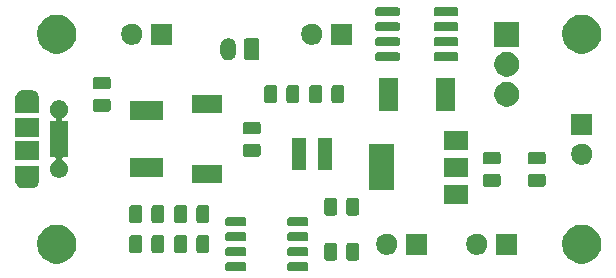
<source format=gbr>
G04 #@! TF.GenerationSoftware,KiCad,Pcbnew,5.1.5+dfsg1-2build2*
G04 #@! TF.CreationDate,2020-07-25T19:40:00-04:00*
G04 #@! TF.ProjectId,lipo-charger,6c69706f-2d63-4686-9172-6765722e6b69,rev?*
G04 #@! TF.SameCoordinates,Original*
G04 #@! TF.FileFunction,Soldermask,Top*
G04 #@! TF.FilePolarity,Negative*
%FSLAX46Y46*%
G04 Gerber Fmt 4.6, Leading zero omitted, Abs format (unit mm)*
G04 Created by KiCad (PCBNEW 5.1.5+dfsg1-2build2) date 2020-07-25 19:40:00*
%MOMM*%
%LPD*%
G04 APERTURE LIST*
%ADD10C,0.100000*%
G04 APERTURE END LIST*
D10*
G36*
X121349928Y-92996764D02*
G01*
X121371009Y-93003160D01*
X121390445Y-93013548D01*
X121407476Y-93027524D01*
X121421452Y-93044555D01*
X121431840Y-93063991D01*
X121438236Y-93085072D01*
X121441000Y-93113140D01*
X121441000Y-93576860D01*
X121438236Y-93604928D01*
X121431840Y-93626009D01*
X121421452Y-93645445D01*
X121407476Y-93662476D01*
X121390445Y-93676452D01*
X121371009Y-93686840D01*
X121349928Y-93693236D01*
X121321860Y-93696000D01*
X119808140Y-93696000D01*
X119780072Y-93693236D01*
X119758991Y-93686840D01*
X119739555Y-93676452D01*
X119722524Y-93662476D01*
X119708548Y-93645445D01*
X119698160Y-93626009D01*
X119691764Y-93604928D01*
X119689000Y-93576860D01*
X119689000Y-93113140D01*
X119691764Y-93085072D01*
X119698160Y-93063991D01*
X119708548Y-93044555D01*
X119722524Y-93027524D01*
X119739555Y-93013548D01*
X119758991Y-93003160D01*
X119780072Y-92996764D01*
X119808140Y-92994000D01*
X121321860Y-92994000D01*
X121349928Y-92996764D01*
G37*
G36*
X126599928Y-92996764D02*
G01*
X126621009Y-93003160D01*
X126640445Y-93013548D01*
X126657476Y-93027524D01*
X126671452Y-93044555D01*
X126681840Y-93063991D01*
X126688236Y-93085072D01*
X126691000Y-93113140D01*
X126691000Y-93576860D01*
X126688236Y-93604928D01*
X126681840Y-93626009D01*
X126671452Y-93645445D01*
X126657476Y-93662476D01*
X126640445Y-93676452D01*
X126621009Y-93686840D01*
X126599928Y-93693236D01*
X126571860Y-93696000D01*
X125058140Y-93696000D01*
X125030072Y-93693236D01*
X125008991Y-93686840D01*
X124989555Y-93676452D01*
X124972524Y-93662476D01*
X124958548Y-93645445D01*
X124948160Y-93626009D01*
X124941764Y-93604928D01*
X124939000Y-93576860D01*
X124939000Y-93113140D01*
X124941764Y-93085072D01*
X124948160Y-93063991D01*
X124958548Y-93044555D01*
X124972524Y-93027524D01*
X124989555Y-93013548D01*
X125008991Y-93003160D01*
X125030072Y-92996764D01*
X125058140Y-92994000D01*
X126571860Y-92994000D01*
X126599928Y-92996764D01*
G37*
G36*
X150158393Y-89816009D02*
G01*
X150341579Y-89852447D01*
X150642042Y-89976903D01*
X150912451Y-90157585D01*
X151142415Y-90387549D01*
X151323097Y-90657958D01*
X151409125Y-90865647D01*
X151447553Y-90958422D01*
X151511000Y-91277389D01*
X151511000Y-91602611D01*
X151486854Y-91724000D01*
X151447553Y-91921579D01*
X151323097Y-92222042D01*
X151142415Y-92492451D01*
X150912451Y-92722415D01*
X150642042Y-92903097D01*
X150341579Y-93027553D01*
X150256104Y-93044555D01*
X150022611Y-93091000D01*
X149697389Y-93091000D01*
X149463896Y-93044555D01*
X149378421Y-93027553D01*
X149077958Y-92903097D01*
X148807549Y-92722415D01*
X148577585Y-92492451D01*
X148396903Y-92222042D01*
X148272447Y-91921579D01*
X148233146Y-91724000D01*
X148209000Y-91602611D01*
X148209000Y-91277389D01*
X148272447Y-90958422D01*
X148310876Y-90865647D01*
X148396903Y-90657958D01*
X148577585Y-90387549D01*
X148807549Y-90157585D01*
X149077958Y-89976903D01*
X149378421Y-89852447D01*
X149561607Y-89816009D01*
X149697389Y-89789000D01*
X150022611Y-89789000D01*
X150158393Y-89816009D01*
G37*
G36*
X105708393Y-89816009D02*
G01*
X105891579Y-89852447D01*
X106192042Y-89976903D01*
X106462451Y-90157585D01*
X106692415Y-90387549D01*
X106873097Y-90657958D01*
X106959125Y-90865647D01*
X106997553Y-90958422D01*
X107061000Y-91277389D01*
X107061000Y-91602611D01*
X107036854Y-91724000D01*
X106997553Y-91921579D01*
X106873097Y-92222042D01*
X106692415Y-92492451D01*
X106462451Y-92722415D01*
X106192042Y-92903097D01*
X105891579Y-93027553D01*
X105806104Y-93044555D01*
X105572611Y-93091000D01*
X105247389Y-93091000D01*
X105013896Y-93044555D01*
X104928421Y-93027553D01*
X104627958Y-92903097D01*
X104357549Y-92722415D01*
X104127585Y-92492451D01*
X103946903Y-92222042D01*
X103822447Y-91921579D01*
X103783146Y-91724000D01*
X103759000Y-91602611D01*
X103759000Y-91277389D01*
X103822447Y-90958422D01*
X103860876Y-90865647D01*
X103946903Y-90657958D01*
X104127585Y-90387549D01*
X104357549Y-90157585D01*
X104627958Y-89976903D01*
X104928421Y-89852447D01*
X105111607Y-89816009D01*
X105247389Y-89789000D01*
X105572611Y-89789000D01*
X105708393Y-89816009D01*
G37*
G36*
X130849468Y-91328565D02*
G01*
X130888138Y-91340296D01*
X130923777Y-91359346D01*
X130955017Y-91384983D01*
X130980654Y-91416223D01*
X130999704Y-91451862D01*
X131011435Y-91490532D01*
X131016000Y-91536888D01*
X131016000Y-92613112D01*
X131011435Y-92659468D01*
X130999704Y-92698138D01*
X130980654Y-92733777D01*
X130955017Y-92765017D01*
X130923777Y-92790654D01*
X130888138Y-92809704D01*
X130849468Y-92821435D01*
X130803112Y-92826000D01*
X130151888Y-92826000D01*
X130105532Y-92821435D01*
X130066862Y-92809704D01*
X130031223Y-92790654D01*
X129999983Y-92765017D01*
X129974346Y-92733777D01*
X129955296Y-92698138D01*
X129943565Y-92659468D01*
X129939000Y-92613112D01*
X129939000Y-91536888D01*
X129943565Y-91490532D01*
X129955296Y-91451862D01*
X129974346Y-91416223D01*
X129999983Y-91384983D01*
X130031223Y-91359346D01*
X130066862Y-91340296D01*
X130105532Y-91328565D01*
X130151888Y-91324000D01*
X130803112Y-91324000D01*
X130849468Y-91328565D01*
G37*
G36*
X128974468Y-91328565D02*
G01*
X129013138Y-91340296D01*
X129048777Y-91359346D01*
X129080017Y-91384983D01*
X129105654Y-91416223D01*
X129124704Y-91451862D01*
X129136435Y-91490532D01*
X129141000Y-91536888D01*
X129141000Y-92613112D01*
X129136435Y-92659468D01*
X129124704Y-92698138D01*
X129105654Y-92733777D01*
X129080017Y-92765017D01*
X129048777Y-92790654D01*
X129013138Y-92809704D01*
X128974468Y-92821435D01*
X128928112Y-92826000D01*
X128276888Y-92826000D01*
X128230532Y-92821435D01*
X128191862Y-92809704D01*
X128156223Y-92790654D01*
X128124983Y-92765017D01*
X128099346Y-92733777D01*
X128080296Y-92698138D01*
X128068565Y-92659468D01*
X128064000Y-92613112D01*
X128064000Y-91536888D01*
X128068565Y-91490532D01*
X128080296Y-91451862D01*
X128099346Y-91416223D01*
X128124983Y-91384983D01*
X128156223Y-91359346D01*
X128191862Y-91340296D01*
X128230532Y-91328565D01*
X128276888Y-91324000D01*
X128928112Y-91324000D01*
X128974468Y-91328565D01*
G37*
G36*
X126599928Y-91726764D02*
G01*
X126621009Y-91733160D01*
X126640445Y-91743548D01*
X126657476Y-91757524D01*
X126671452Y-91774555D01*
X126681840Y-91793991D01*
X126688236Y-91815072D01*
X126691000Y-91843140D01*
X126691000Y-92306860D01*
X126688236Y-92334928D01*
X126681840Y-92356009D01*
X126671452Y-92375445D01*
X126657476Y-92392476D01*
X126640445Y-92406452D01*
X126621009Y-92416840D01*
X126599928Y-92423236D01*
X126571860Y-92426000D01*
X125058140Y-92426000D01*
X125030072Y-92423236D01*
X125008991Y-92416840D01*
X124989555Y-92406452D01*
X124972524Y-92392476D01*
X124958548Y-92375445D01*
X124948160Y-92356009D01*
X124941764Y-92334928D01*
X124939000Y-92306860D01*
X124939000Y-91843140D01*
X124941764Y-91815072D01*
X124948160Y-91793991D01*
X124958548Y-91774555D01*
X124972524Y-91757524D01*
X124989555Y-91743548D01*
X125008991Y-91733160D01*
X125030072Y-91726764D01*
X125058140Y-91724000D01*
X126571860Y-91724000D01*
X126599928Y-91726764D01*
G37*
G36*
X121349928Y-91726764D02*
G01*
X121371009Y-91733160D01*
X121390445Y-91743548D01*
X121407476Y-91757524D01*
X121421452Y-91774555D01*
X121431840Y-91793991D01*
X121438236Y-91815072D01*
X121441000Y-91843140D01*
X121441000Y-92306860D01*
X121438236Y-92334928D01*
X121431840Y-92356009D01*
X121421452Y-92375445D01*
X121407476Y-92392476D01*
X121390445Y-92406452D01*
X121371009Y-92416840D01*
X121349928Y-92423236D01*
X121321860Y-92426000D01*
X119808140Y-92426000D01*
X119780072Y-92423236D01*
X119758991Y-92416840D01*
X119739555Y-92406452D01*
X119722524Y-92392476D01*
X119708548Y-92375445D01*
X119698160Y-92356009D01*
X119691764Y-92334928D01*
X119689000Y-92306860D01*
X119689000Y-91843140D01*
X119691764Y-91815072D01*
X119698160Y-91793991D01*
X119708548Y-91774555D01*
X119722524Y-91757524D01*
X119739555Y-91743548D01*
X119758991Y-91733160D01*
X119780072Y-91726764D01*
X119808140Y-91724000D01*
X121321860Y-91724000D01*
X121349928Y-91726764D01*
G37*
G36*
X141083512Y-90543927D02*
G01*
X141232812Y-90573624D01*
X141396784Y-90641544D01*
X141544354Y-90740147D01*
X141669853Y-90865646D01*
X141768456Y-91013216D01*
X141836376Y-91177188D01*
X141871000Y-91351259D01*
X141871000Y-91528741D01*
X141836376Y-91702812D01*
X141768456Y-91866784D01*
X141669853Y-92014354D01*
X141544354Y-92139853D01*
X141396784Y-92238456D01*
X141232812Y-92306376D01*
X141089268Y-92334928D01*
X141058742Y-92341000D01*
X140881258Y-92341000D01*
X140850732Y-92334928D01*
X140707188Y-92306376D01*
X140543216Y-92238456D01*
X140395646Y-92139853D01*
X140270147Y-92014354D01*
X140171544Y-91866784D01*
X140103624Y-91702812D01*
X140069000Y-91528741D01*
X140069000Y-91351259D01*
X140103624Y-91177188D01*
X140171544Y-91013216D01*
X140270147Y-90865646D01*
X140395646Y-90740147D01*
X140543216Y-90641544D01*
X140707188Y-90573624D01*
X140856488Y-90543927D01*
X140881258Y-90539000D01*
X141058742Y-90539000D01*
X141083512Y-90543927D01*
G37*
G36*
X144411000Y-92341000D02*
G01*
X142609000Y-92341000D01*
X142609000Y-90539000D01*
X144411000Y-90539000D01*
X144411000Y-92341000D01*
G37*
G36*
X136791000Y-92341000D02*
G01*
X134989000Y-92341000D01*
X134989000Y-90539000D01*
X136791000Y-90539000D01*
X136791000Y-92341000D01*
G37*
G36*
X133463512Y-90543927D02*
G01*
X133612812Y-90573624D01*
X133776784Y-90641544D01*
X133924354Y-90740147D01*
X134049853Y-90865646D01*
X134148456Y-91013216D01*
X134216376Y-91177188D01*
X134251000Y-91351259D01*
X134251000Y-91528741D01*
X134216376Y-91702812D01*
X134148456Y-91866784D01*
X134049853Y-92014354D01*
X133924354Y-92139853D01*
X133776784Y-92238456D01*
X133612812Y-92306376D01*
X133469268Y-92334928D01*
X133438742Y-92341000D01*
X133261258Y-92341000D01*
X133230732Y-92334928D01*
X133087188Y-92306376D01*
X132923216Y-92238456D01*
X132775646Y-92139853D01*
X132650147Y-92014354D01*
X132551544Y-91866784D01*
X132483624Y-91702812D01*
X132449000Y-91528741D01*
X132449000Y-91351259D01*
X132483624Y-91177188D01*
X132551544Y-91013216D01*
X132650147Y-90865646D01*
X132775646Y-90740147D01*
X132923216Y-90641544D01*
X133087188Y-90573624D01*
X133236488Y-90543927D01*
X133261258Y-90539000D01*
X133438742Y-90539000D01*
X133463512Y-90543927D01*
G37*
G36*
X118149468Y-90693565D02*
G01*
X118188138Y-90705296D01*
X118223777Y-90724346D01*
X118255017Y-90749983D01*
X118280654Y-90781223D01*
X118299704Y-90816862D01*
X118311435Y-90855532D01*
X118316000Y-90901888D01*
X118316000Y-91978112D01*
X118311435Y-92024468D01*
X118299704Y-92063138D01*
X118280654Y-92098777D01*
X118255017Y-92130017D01*
X118223777Y-92155654D01*
X118188138Y-92174704D01*
X118149468Y-92186435D01*
X118103112Y-92191000D01*
X117451888Y-92191000D01*
X117405532Y-92186435D01*
X117366862Y-92174704D01*
X117331223Y-92155654D01*
X117299983Y-92130017D01*
X117274346Y-92098777D01*
X117255296Y-92063138D01*
X117243565Y-92024468D01*
X117239000Y-91978112D01*
X117239000Y-90901888D01*
X117243565Y-90855532D01*
X117255296Y-90816862D01*
X117274346Y-90781223D01*
X117299983Y-90749983D01*
X117331223Y-90724346D01*
X117366862Y-90705296D01*
X117405532Y-90693565D01*
X117451888Y-90689000D01*
X118103112Y-90689000D01*
X118149468Y-90693565D01*
G37*
G36*
X112464468Y-90693565D02*
G01*
X112503138Y-90705296D01*
X112538777Y-90724346D01*
X112570017Y-90749983D01*
X112595654Y-90781223D01*
X112614704Y-90816862D01*
X112626435Y-90855532D01*
X112631000Y-90901888D01*
X112631000Y-91978112D01*
X112626435Y-92024468D01*
X112614704Y-92063138D01*
X112595654Y-92098777D01*
X112570017Y-92130017D01*
X112538777Y-92155654D01*
X112503138Y-92174704D01*
X112464468Y-92186435D01*
X112418112Y-92191000D01*
X111766888Y-92191000D01*
X111720532Y-92186435D01*
X111681862Y-92174704D01*
X111646223Y-92155654D01*
X111614983Y-92130017D01*
X111589346Y-92098777D01*
X111570296Y-92063138D01*
X111558565Y-92024468D01*
X111554000Y-91978112D01*
X111554000Y-90901888D01*
X111558565Y-90855532D01*
X111570296Y-90816862D01*
X111589346Y-90781223D01*
X111614983Y-90749983D01*
X111646223Y-90724346D01*
X111681862Y-90705296D01*
X111720532Y-90693565D01*
X111766888Y-90689000D01*
X112418112Y-90689000D01*
X112464468Y-90693565D01*
G37*
G36*
X114339468Y-90693565D02*
G01*
X114378138Y-90705296D01*
X114413777Y-90724346D01*
X114445017Y-90749983D01*
X114470654Y-90781223D01*
X114489704Y-90816862D01*
X114501435Y-90855532D01*
X114506000Y-90901888D01*
X114506000Y-91978112D01*
X114501435Y-92024468D01*
X114489704Y-92063138D01*
X114470654Y-92098777D01*
X114445017Y-92130017D01*
X114413777Y-92155654D01*
X114378138Y-92174704D01*
X114339468Y-92186435D01*
X114293112Y-92191000D01*
X113641888Y-92191000D01*
X113595532Y-92186435D01*
X113556862Y-92174704D01*
X113521223Y-92155654D01*
X113489983Y-92130017D01*
X113464346Y-92098777D01*
X113445296Y-92063138D01*
X113433565Y-92024468D01*
X113429000Y-91978112D01*
X113429000Y-90901888D01*
X113433565Y-90855532D01*
X113445296Y-90816862D01*
X113464346Y-90781223D01*
X113489983Y-90749983D01*
X113521223Y-90724346D01*
X113556862Y-90705296D01*
X113595532Y-90693565D01*
X113641888Y-90689000D01*
X114293112Y-90689000D01*
X114339468Y-90693565D01*
G37*
G36*
X116274468Y-90693565D02*
G01*
X116313138Y-90705296D01*
X116348777Y-90724346D01*
X116380017Y-90749983D01*
X116405654Y-90781223D01*
X116424704Y-90816862D01*
X116436435Y-90855532D01*
X116441000Y-90901888D01*
X116441000Y-91978112D01*
X116436435Y-92024468D01*
X116424704Y-92063138D01*
X116405654Y-92098777D01*
X116380017Y-92130017D01*
X116348777Y-92155654D01*
X116313138Y-92174704D01*
X116274468Y-92186435D01*
X116228112Y-92191000D01*
X115576888Y-92191000D01*
X115530532Y-92186435D01*
X115491862Y-92174704D01*
X115456223Y-92155654D01*
X115424983Y-92130017D01*
X115399346Y-92098777D01*
X115380296Y-92063138D01*
X115368565Y-92024468D01*
X115364000Y-91978112D01*
X115364000Y-90901888D01*
X115368565Y-90855532D01*
X115380296Y-90816862D01*
X115399346Y-90781223D01*
X115424983Y-90749983D01*
X115456223Y-90724346D01*
X115491862Y-90705296D01*
X115530532Y-90693565D01*
X115576888Y-90689000D01*
X116228112Y-90689000D01*
X116274468Y-90693565D01*
G37*
G36*
X126599928Y-90456764D02*
G01*
X126621009Y-90463160D01*
X126640445Y-90473548D01*
X126657476Y-90487524D01*
X126671452Y-90504555D01*
X126681840Y-90523991D01*
X126688236Y-90545072D01*
X126691000Y-90573140D01*
X126691000Y-91036860D01*
X126688236Y-91064928D01*
X126681840Y-91086009D01*
X126671452Y-91105445D01*
X126657476Y-91122476D01*
X126640445Y-91136452D01*
X126621009Y-91146840D01*
X126599928Y-91153236D01*
X126571860Y-91156000D01*
X125058140Y-91156000D01*
X125030072Y-91153236D01*
X125008991Y-91146840D01*
X124989555Y-91136452D01*
X124972524Y-91122476D01*
X124958548Y-91105445D01*
X124948160Y-91086009D01*
X124941764Y-91064928D01*
X124939000Y-91036860D01*
X124939000Y-90573140D01*
X124941764Y-90545072D01*
X124948160Y-90523991D01*
X124958548Y-90504555D01*
X124972524Y-90487524D01*
X124989555Y-90473548D01*
X125008991Y-90463160D01*
X125030072Y-90456764D01*
X125058140Y-90454000D01*
X126571860Y-90454000D01*
X126599928Y-90456764D01*
G37*
G36*
X121349928Y-90456764D02*
G01*
X121371009Y-90463160D01*
X121390445Y-90473548D01*
X121407476Y-90487524D01*
X121421452Y-90504555D01*
X121431840Y-90523991D01*
X121438236Y-90545072D01*
X121441000Y-90573140D01*
X121441000Y-91036860D01*
X121438236Y-91064928D01*
X121431840Y-91086009D01*
X121421452Y-91105445D01*
X121407476Y-91122476D01*
X121390445Y-91136452D01*
X121371009Y-91146840D01*
X121349928Y-91153236D01*
X121321860Y-91156000D01*
X119808140Y-91156000D01*
X119780072Y-91153236D01*
X119758991Y-91146840D01*
X119739555Y-91136452D01*
X119722524Y-91122476D01*
X119708548Y-91105445D01*
X119698160Y-91086009D01*
X119691764Y-91064928D01*
X119689000Y-91036860D01*
X119689000Y-90573140D01*
X119691764Y-90545072D01*
X119698160Y-90523991D01*
X119708548Y-90504555D01*
X119722524Y-90487524D01*
X119739555Y-90473548D01*
X119758991Y-90463160D01*
X119780072Y-90456764D01*
X119808140Y-90454000D01*
X121321860Y-90454000D01*
X121349928Y-90456764D01*
G37*
G36*
X126599928Y-89186764D02*
G01*
X126621009Y-89193160D01*
X126640445Y-89203548D01*
X126657476Y-89217524D01*
X126671452Y-89234555D01*
X126681840Y-89253991D01*
X126688236Y-89275072D01*
X126691000Y-89303140D01*
X126691000Y-89766860D01*
X126688236Y-89794928D01*
X126681840Y-89816009D01*
X126671452Y-89835445D01*
X126657476Y-89852476D01*
X126640445Y-89866452D01*
X126621009Y-89876840D01*
X126599928Y-89883236D01*
X126571860Y-89886000D01*
X125058140Y-89886000D01*
X125030072Y-89883236D01*
X125008991Y-89876840D01*
X124989555Y-89866452D01*
X124972524Y-89852476D01*
X124958548Y-89835445D01*
X124948160Y-89816009D01*
X124941764Y-89794928D01*
X124939000Y-89766860D01*
X124939000Y-89303140D01*
X124941764Y-89275072D01*
X124948160Y-89253991D01*
X124958548Y-89234555D01*
X124972524Y-89217524D01*
X124989555Y-89203548D01*
X125008991Y-89193160D01*
X125030072Y-89186764D01*
X125058140Y-89184000D01*
X126571860Y-89184000D01*
X126599928Y-89186764D01*
G37*
G36*
X121349928Y-89186764D02*
G01*
X121371009Y-89193160D01*
X121390445Y-89203548D01*
X121407476Y-89217524D01*
X121421452Y-89234555D01*
X121431840Y-89253991D01*
X121438236Y-89275072D01*
X121441000Y-89303140D01*
X121441000Y-89766860D01*
X121438236Y-89794928D01*
X121431840Y-89816009D01*
X121421452Y-89835445D01*
X121407476Y-89852476D01*
X121390445Y-89866452D01*
X121371009Y-89876840D01*
X121349928Y-89883236D01*
X121321860Y-89886000D01*
X119808140Y-89886000D01*
X119780072Y-89883236D01*
X119758991Y-89876840D01*
X119739555Y-89866452D01*
X119722524Y-89852476D01*
X119708548Y-89835445D01*
X119698160Y-89816009D01*
X119691764Y-89794928D01*
X119689000Y-89766860D01*
X119689000Y-89303140D01*
X119691764Y-89275072D01*
X119698160Y-89253991D01*
X119708548Y-89234555D01*
X119722524Y-89217524D01*
X119739555Y-89203548D01*
X119758991Y-89193160D01*
X119780072Y-89186764D01*
X119808140Y-89184000D01*
X121321860Y-89184000D01*
X121349928Y-89186764D01*
G37*
G36*
X118149468Y-88153565D02*
G01*
X118188138Y-88165296D01*
X118223777Y-88184346D01*
X118255017Y-88209983D01*
X118280654Y-88241223D01*
X118299704Y-88276862D01*
X118311435Y-88315532D01*
X118316000Y-88361888D01*
X118316000Y-89438112D01*
X118311435Y-89484468D01*
X118299704Y-89523138D01*
X118280654Y-89558777D01*
X118255017Y-89590017D01*
X118223777Y-89615654D01*
X118188138Y-89634704D01*
X118149468Y-89646435D01*
X118103112Y-89651000D01*
X117451888Y-89651000D01*
X117405532Y-89646435D01*
X117366862Y-89634704D01*
X117331223Y-89615654D01*
X117299983Y-89590017D01*
X117274346Y-89558777D01*
X117255296Y-89523138D01*
X117243565Y-89484468D01*
X117239000Y-89438112D01*
X117239000Y-88361888D01*
X117243565Y-88315532D01*
X117255296Y-88276862D01*
X117274346Y-88241223D01*
X117299983Y-88209983D01*
X117331223Y-88184346D01*
X117366862Y-88165296D01*
X117405532Y-88153565D01*
X117451888Y-88149000D01*
X118103112Y-88149000D01*
X118149468Y-88153565D01*
G37*
G36*
X112464468Y-88153565D02*
G01*
X112503138Y-88165296D01*
X112538777Y-88184346D01*
X112570017Y-88209983D01*
X112595654Y-88241223D01*
X112614704Y-88276862D01*
X112626435Y-88315532D01*
X112631000Y-88361888D01*
X112631000Y-89438112D01*
X112626435Y-89484468D01*
X112614704Y-89523138D01*
X112595654Y-89558777D01*
X112570017Y-89590017D01*
X112538777Y-89615654D01*
X112503138Y-89634704D01*
X112464468Y-89646435D01*
X112418112Y-89651000D01*
X111766888Y-89651000D01*
X111720532Y-89646435D01*
X111681862Y-89634704D01*
X111646223Y-89615654D01*
X111614983Y-89590017D01*
X111589346Y-89558777D01*
X111570296Y-89523138D01*
X111558565Y-89484468D01*
X111554000Y-89438112D01*
X111554000Y-88361888D01*
X111558565Y-88315532D01*
X111570296Y-88276862D01*
X111589346Y-88241223D01*
X111614983Y-88209983D01*
X111646223Y-88184346D01*
X111681862Y-88165296D01*
X111720532Y-88153565D01*
X111766888Y-88149000D01*
X112418112Y-88149000D01*
X112464468Y-88153565D01*
G37*
G36*
X116274468Y-88153565D02*
G01*
X116313138Y-88165296D01*
X116348777Y-88184346D01*
X116380017Y-88209983D01*
X116405654Y-88241223D01*
X116424704Y-88276862D01*
X116436435Y-88315532D01*
X116441000Y-88361888D01*
X116441000Y-89438112D01*
X116436435Y-89484468D01*
X116424704Y-89523138D01*
X116405654Y-89558777D01*
X116380017Y-89590017D01*
X116348777Y-89615654D01*
X116313138Y-89634704D01*
X116274468Y-89646435D01*
X116228112Y-89651000D01*
X115576888Y-89651000D01*
X115530532Y-89646435D01*
X115491862Y-89634704D01*
X115456223Y-89615654D01*
X115424983Y-89590017D01*
X115399346Y-89558777D01*
X115380296Y-89523138D01*
X115368565Y-89484468D01*
X115364000Y-89438112D01*
X115364000Y-88361888D01*
X115368565Y-88315532D01*
X115380296Y-88276862D01*
X115399346Y-88241223D01*
X115424983Y-88209983D01*
X115456223Y-88184346D01*
X115491862Y-88165296D01*
X115530532Y-88153565D01*
X115576888Y-88149000D01*
X116228112Y-88149000D01*
X116274468Y-88153565D01*
G37*
G36*
X114339468Y-88153565D02*
G01*
X114378138Y-88165296D01*
X114413777Y-88184346D01*
X114445017Y-88209983D01*
X114470654Y-88241223D01*
X114489704Y-88276862D01*
X114501435Y-88315532D01*
X114506000Y-88361888D01*
X114506000Y-89438112D01*
X114501435Y-89484468D01*
X114489704Y-89523138D01*
X114470654Y-89558777D01*
X114445017Y-89590017D01*
X114413777Y-89615654D01*
X114378138Y-89634704D01*
X114339468Y-89646435D01*
X114293112Y-89651000D01*
X113641888Y-89651000D01*
X113595532Y-89646435D01*
X113556862Y-89634704D01*
X113521223Y-89615654D01*
X113489983Y-89590017D01*
X113464346Y-89558777D01*
X113445296Y-89523138D01*
X113433565Y-89484468D01*
X113429000Y-89438112D01*
X113429000Y-88361888D01*
X113433565Y-88315532D01*
X113445296Y-88276862D01*
X113464346Y-88241223D01*
X113489983Y-88209983D01*
X113521223Y-88184346D01*
X113556862Y-88165296D01*
X113595532Y-88153565D01*
X113641888Y-88149000D01*
X114293112Y-88149000D01*
X114339468Y-88153565D01*
G37*
G36*
X130849468Y-87518565D02*
G01*
X130888138Y-87530296D01*
X130923777Y-87549346D01*
X130955017Y-87574983D01*
X130980654Y-87606223D01*
X130999704Y-87641862D01*
X131011435Y-87680532D01*
X131016000Y-87726888D01*
X131016000Y-88803112D01*
X131011435Y-88849468D01*
X130999704Y-88888138D01*
X130980654Y-88923777D01*
X130955017Y-88955017D01*
X130923777Y-88980654D01*
X130888138Y-88999704D01*
X130849468Y-89011435D01*
X130803112Y-89016000D01*
X130151888Y-89016000D01*
X130105532Y-89011435D01*
X130066862Y-88999704D01*
X130031223Y-88980654D01*
X129999983Y-88955017D01*
X129974346Y-88923777D01*
X129955296Y-88888138D01*
X129943565Y-88849468D01*
X129939000Y-88803112D01*
X129939000Y-87726888D01*
X129943565Y-87680532D01*
X129955296Y-87641862D01*
X129974346Y-87606223D01*
X129999983Y-87574983D01*
X130031223Y-87549346D01*
X130066862Y-87530296D01*
X130105532Y-87518565D01*
X130151888Y-87514000D01*
X130803112Y-87514000D01*
X130849468Y-87518565D01*
G37*
G36*
X128974468Y-87518565D02*
G01*
X129013138Y-87530296D01*
X129048777Y-87549346D01*
X129080017Y-87574983D01*
X129105654Y-87606223D01*
X129124704Y-87641862D01*
X129136435Y-87680532D01*
X129141000Y-87726888D01*
X129141000Y-88803112D01*
X129136435Y-88849468D01*
X129124704Y-88888138D01*
X129105654Y-88923777D01*
X129080017Y-88955017D01*
X129048777Y-88980654D01*
X129013138Y-88999704D01*
X128974468Y-89011435D01*
X128928112Y-89016000D01*
X128276888Y-89016000D01*
X128230532Y-89011435D01*
X128191862Y-88999704D01*
X128156223Y-88980654D01*
X128124983Y-88955017D01*
X128099346Y-88923777D01*
X128080296Y-88888138D01*
X128068565Y-88849468D01*
X128064000Y-88803112D01*
X128064000Y-87726888D01*
X128068565Y-87680532D01*
X128080296Y-87641862D01*
X128099346Y-87606223D01*
X128124983Y-87574983D01*
X128156223Y-87549346D01*
X128191862Y-87530296D01*
X128230532Y-87518565D01*
X128276888Y-87514000D01*
X128928112Y-87514000D01*
X128974468Y-87518565D01*
G37*
G36*
X140268800Y-88038600D02*
G01*
X138166800Y-88038600D01*
X138166800Y-86436600D01*
X140268800Y-86436600D01*
X140268800Y-88038600D01*
G37*
G36*
X133968800Y-86888600D02*
G01*
X131866800Y-86888600D01*
X131866800Y-82986600D01*
X133968800Y-82986600D01*
X133968800Y-86888600D01*
G37*
G36*
X103903500Y-86011886D02*
G01*
X103904102Y-86024138D01*
X103906649Y-86050000D01*
X103904102Y-86075862D01*
X103903500Y-86088114D01*
X103903500Y-86161406D01*
X103894543Y-86178164D01*
X103890415Y-86189701D01*
X103864632Y-86274693D01*
X103856854Y-86300336D01*
X103796406Y-86413425D01*
X103715054Y-86512554D01*
X103615925Y-86593906D01*
X103502836Y-86654354D01*
X103470904Y-86664040D01*
X103380118Y-86691580D01*
X103316355Y-86697860D01*
X103284474Y-86701000D01*
X102520526Y-86701000D01*
X102488645Y-86697860D01*
X102424882Y-86691580D01*
X102334096Y-86664040D01*
X102302164Y-86654354D01*
X102189075Y-86593906D01*
X102089946Y-86512554D01*
X102008594Y-86413425D01*
X101948146Y-86300336D01*
X101940368Y-86274693D01*
X101914587Y-86189708D01*
X101905213Y-86167075D01*
X101901500Y-86161518D01*
X101901500Y-86088114D01*
X101900898Y-86075862D01*
X101898351Y-86050000D01*
X101900898Y-86024138D01*
X101901500Y-86011886D01*
X101901500Y-84799000D01*
X103903500Y-84799000D01*
X103903500Y-86011886D01*
G37*
G36*
X142824468Y-85493565D02*
G01*
X142863138Y-85505296D01*
X142898777Y-85524346D01*
X142930017Y-85549983D01*
X142955654Y-85581223D01*
X142974704Y-85616862D01*
X142986435Y-85655532D01*
X142991000Y-85701888D01*
X142991000Y-86353112D01*
X142986435Y-86399468D01*
X142974704Y-86438138D01*
X142955654Y-86473777D01*
X142930017Y-86505017D01*
X142898777Y-86530654D01*
X142863138Y-86549704D01*
X142824468Y-86561435D01*
X142778112Y-86566000D01*
X141701888Y-86566000D01*
X141655532Y-86561435D01*
X141616862Y-86549704D01*
X141581223Y-86530654D01*
X141549983Y-86505017D01*
X141524346Y-86473777D01*
X141505296Y-86438138D01*
X141493565Y-86399468D01*
X141489000Y-86353112D01*
X141489000Y-85701888D01*
X141493565Y-85655532D01*
X141505296Y-85616862D01*
X141524346Y-85581223D01*
X141549983Y-85549983D01*
X141581223Y-85524346D01*
X141616862Y-85505296D01*
X141655532Y-85493565D01*
X141701888Y-85489000D01*
X142778112Y-85489000D01*
X142824468Y-85493565D01*
G37*
G36*
X146634468Y-85493565D02*
G01*
X146673138Y-85505296D01*
X146708777Y-85524346D01*
X146740017Y-85549983D01*
X146765654Y-85581223D01*
X146784704Y-85616862D01*
X146796435Y-85655532D01*
X146801000Y-85701888D01*
X146801000Y-86353112D01*
X146796435Y-86399468D01*
X146784704Y-86438138D01*
X146765654Y-86473777D01*
X146740017Y-86505017D01*
X146708777Y-86530654D01*
X146673138Y-86549704D01*
X146634468Y-86561435D01*
X146588112Y-86566000D01*
X145511888Y-86566000D01*
X145465532Y-86561435D01*
X145426862Y-86549704D01*
X145391223Y-86530654D01*
X145359983Y-86505017D01*
X145334346Y-86473777D01*
X145315296Y-86438138D01*
X145303565Y-86399468D01*
X145299000Y-86353112D01*
X145299000Y-85701888D01*
X145303565Y-85655532D01*
X145315296Y-85616862D01*
X145334346Y-85581223D01*
X145359983Y-85549983D01*
X145391223Y-85524346D01*
X145426862Y-85505296D01*
X145465532Y-85493565D01*
X145511888Y-85489000D01*
X146588112Y-85489000D01*
X146634468Y-85493565D01*
G37*
G36*
X119361000Y-86276000D02*
G01*
X116859000Y-86276000D01*
X116859000Y-84724000D01*
X119361000Y-84724000D01*
X119361000Y-86276000D01*
G37*
G36*
X105828848Y-79303820D02*
G01*
X105828850Y-79303821D01*
X105828851Y-79303821D01*
X105970074Y-79362317D01*
X105970077Y-79362319D01*
X106097169Y-79447239D01*
X106205261Y-79555331D01*
X106282805Y-79671384D01*
X106290183Y-79682426D01*
X106335155Y-79791000D01*
X106348680Y-79823652D01*
X106378500Y-79973569D01*
X106378500Y-80126431D01*
X106360684Y-80216000D01*
X106348679Y-80276351D01*
X106290183Y-80417574D01*
X106290181Y-80417577D01*
X106205261Y-80544669D01*
X106097169Y-80652761D01*
X106012440Y-80709375D01*
X105970074Y-80737683D01*
X105919772Y-80758519D01*
X105898164Y-80770068D01*
X105879222Y-80785614D01*
X105863677Y-80804556D01*
X105852126Y-80826166D01*
X105845013Y-80849615D01*
X105842611Y-80874001D01*
X105845013Y-80898387D01*
X105852126Y-80921836D01*
X105863677Y-80943447D01*
X105879223Y-80962389D01*
X105898165Y-80977934D01*
X105919775Y-80989485D01*
X105943224Y-80996598D01*
X105967610Y-80999000D01*
X106328500Y-80999000D01*
X106328500Y-84101000D01*
X105967610Y-84101000D01*
X105943224Y-84103402D01*
X105919775Y-84110515D01*
X105898164Y-84122066D01*
X105879222Y-84137611D01*
X105863677Y-84156553D01*
X105852126Y-84178164D01*
X105845013Y-84201613D01*
X105842611Y-84225999D01*
X105845013Y-84250385D01*
X105852126Y-84273834D01*
X105863677Y-84295445D01*
X105879222Y-84314387D01*
X105898164Y-84329932D01*
X105919772Y-84341481D01*
X105970074Y-84362317D01*
X105970075Y-84362318D01*
X106097169Y-84447239D01*
X106205261Y-84555331D01*
X106282218Y-84670505D01*
X106290183Y-84682426D01*
X106307403Y-84724000D01*
X106348680Y-84823652D01*
X106378500Y-84973569D01*
X106378500Y-85126431D01*
X106374608Y-85146000D01*
X106348679Y-85276351D01*
X106290183Y-85417574D01*
X106290181Y-85417577D01*
X106205261Y-85544669D01*
X106097169Y-85652761D01*
X106046564Y-85686574D01*
X105970074Y-85737683D01*
X105828851Y-85796179D01*
X105828850Y-85796179D01*
X105828848Y-85796180D01*
X105678931Y-85826000D01*
X105526069Y-85826000D01*
X105376152Y-85796180D01*
X105376150Y-85796179D01*
X105376149Y-85796179D01*
X105234926Y-85737683D01*
X105158436Y-85686574D01*
X105107831Y-85652761D01*
X104999739Y-85544669D01*
X104914819Y-85417577D01*
X104914817Y-85417574D01*
X104856321Y-85276351D01*
X104830393Y-85146000D01*
X104826500Y-85126431D01*
X104826500Y-84973569D01*
X104856320Y-84823652D01*
X104897597Y-84724000D01*
X104914817Y-84682426D01*
X104922782Y-84670505D01*
X104999739Y-84555331D01*
X105107831Y-84447239D01*
X105234925Y-84362318D01*
X105234926Y-84362317D01*
X105285228Y-84341481D01*
X105306836Y-84329932D01*
X105325778Y-84314386D01*
X105341323Y-84295444D01*
X105352874Y-84273834D01*
X105359987Y-84250385D01*
X105362389Y-84225999D01*
X105359987Y-84201613D01*
X105352874Y-84178164D01*
X105341323Y-84156553D01*
X105325777Y-84137611D01*
X105306835Y-84122066D01*
X105285225Y-84110515D01*
X105261776Y-84103402D01*
X105237390Y-84101000D01*
X104876500Y-84101000D01*
X104876500Y-80999000D01*
X105237390Y-80999000D01*
X105261776Y-80996598D01*
X105285225Y-80989485D01*
X105306836Y-80977934D01*
X105325778Y-80962389D01*
X105341323Y-80943447D01*
X105352874Y-80921836D01*
X105359987Y-80898387D01*
X105362389Y-80874001D01*
X105359987Y-80849615D01*
X105352874Y-80826166D01*
X105341323Y-80804555D01*
X105325778Y-80785613D01*
X105306836Y-80770068D01*
X105285228Y-80758519D01*
X105234926Y-80737683D01*
X105192560Y-80709375D01*
X105107831Y-80652761D01*
X104999739Y-80544669D01*
X104914819Y-80417577D01*
X104914817Y-80417574D01*
X104856321Y-80276351D01*
X104844317Y-80216000D01*
X104826500Y-80126431D01*
X104826500Y-79973569D01*
X104856320Y-79823652D01*
X104869845Y-79791000D01*
X104914817Y-79682426D01*
X104922195Y-79671384D01*
X104999739Y-79555331D01*
X105107831Y-79447239D01*
X105234923Y-79362319D01*
X105234926Y-79362317D01*
X105376149Y-79303821D01*
X105376150Y-79303821D01*
X105376152Y-79303820D01*
X105526069Y-79274000D01*
X105678931Y-79274000D01*
X105828848Y-79303820D01*
G37*
G36*
X114431000Y-85751000D02*
G01*
X111629000Y-85751000D01*
X111629000Y-84149000D01*
X114431000Y-84149000D01*
X114431000Y-85751000D01*
G37*
G36*
X140268800Y-85738600D02*
G01*
X138166800Y-85738600D01*
X138166800Y-84136600D01*
X140268800Y-84136600D01*
X140268800Y-85738600D01*
G37*
G36*
X128681000Y-85146000D02*
G01*
X127519000Y-85146000D01*
X127519000Y-82494000D01*
X128681000Y-82494000D01*
X128681000Y-85146000D01*
G37*
G36*
X126481000Y-85146000D02*
G01*
X125319000Y-85146000D01*
X125319000Y-82494000D01*
X126481000Y-82494000D01*
X126481000Y-85146000D01*
G37*
G36*
X149973512Y-82923927D02*
G01*
X150122812Y-82953624D01*
X150286784Y-83021544D01*
X150434354Y-83120147D01*
X150559853Y-83245646D01*
X150658456Y-83393216D01*
X150726376Y-83557188D01*
X150761000Y-83731259D01*
X150761000Y-83908741D01*
X150726376Y-84082812D01*
X150658456Y-84246784D01*
X150559853Y-84394354D01*
X150434354Y-84519853D01*
X150286784Y-84618456D01*
X150122812Y-84686376D01*
X149973512Y-84716073D01*
X149948742Y-84721000D01*
X149771258Y-84721000D01*
X149746488Y-84716073D01*
X149597188Y-84686376D01*
X149433216Y-84618456D01*
X149285646Y-84519853D01*
X149160147Y-84394354D01*
X149061544Y-84246784D01*
X148993624Y-84082812D01*
X148959000Y-83908741D01*
X148959000Y-83731259D01*
X148993624Y-83557188D01*
X149061544Y-83393216D01*
X149160147Y-83245646D01*
X149285646Y-83120147D01*
X149433216Y-83021544D01*
X149597188Y-82953624D01*
X149746488Y-82923927D01*
X149771258Y-82919000D01*
X149948742Y-82919000D01*
X149973512Y-82923927D01*
G37*
G36*
X146634468Y-83618565D02*
G01*
X146673138Y-83630296D01*
X146708777Y-83649346D01*
X146740017Y-83674983D01*
X146765654Y-83706223D01*
X146784704Y-83741862D01*
X146796435Y-83780532D01*
X146801000Y-83826888D01*
X146801000Y-84478112D01*
X146796435Y-84524468D01*
X146784704Y-84563138D01*
X146765654Y-84598777D01*
X146740017Y-84630017D01*
X146708777Y-84655654D01*
X146673138Y-84674704D01*
X146634468Y-84686435D01*
X146588112Y-84691000D01*
X145511888Y-84691000D01*
X145465532Y-84686435D01*
X145426862Y-84674704D01*
X145391223Y-84655654D01*
X145359983Y-84630017D01*
X145334346Y-84598777D01*
X145315296Y-84563138D01*
X145303565Y-84524468D01*
X145299000Y-84478112D01*
X145299000Y-83826888D01*
X145303565Y-83780532D01*
X145315296Y-83741862D01*
X145334346Y-83706223D01*
X145359983Y-83674983D01*
X145391223Y-83649346D01*
X145426862Y-83630296D01*
X145465532Y-83618565D01*
X145511888Y-83614000D01*
X146588112Y-83614000D01*
X146634468Y-83618565D01*
G37*
G36*
X142824468Y-83618565D02*
G01*
X142863138Y-83630296D01*
X142898777Y-83649346D01*
X142930017Y-83674983D01*
X142955654Y-83706223D01*
X142974704Y-83741862D01*
X142986435Y-83780532D01*
X142991000Y-83826888D01*
X142991000Y-84478112D01*
X142986435Y-84524468D01*
X142974704Y-84563138D01*
X142955654Y-84598777D01*
X142930017Y-84630017D01*
X142898777Y-84655654D01*
X142863138Y-84674704D01*
X142824468Y-84686435D01*
X142778112Y-84691000D01*
X141701888Y-84691000D01*
X141655532Y-84686435D01*
X141616862Y-84674704D01*
X141581223Y-84655654D01*
X141549983Y-84630017D01*
X141524346Y-84598777D01*
X141505296Y-84563138D01*
X141493565Y-84524468D01*
X141489000Y-84478112D01*
X141489000Y-83826888D01*
X141493565Y-83780532D01*
X141505296Y-83741862D01*
X141524346Y-83706223D01*
X141549983Y-83674983D01*
X141581223Y-83649346D01*
X141616862Y-83630296D01*
X141655532Y-83618565D01*
X141701888Y-83614000D01*
X142778112Y-83614000D01*
X142824468Y-83618565D01*
G37*
G36*
X103903500Y-84351000D02*
G01*
X101901500Y-84351000D01*
X101901500Y-82749000D01*
X103903500Y-82749000D01*
X103903500Y-84351000D01*
G37*
G36*
X122504468Y-82953565D02*
G01*
X122543138Y-82965296D01*
X122578777Y-82984346D01*
X122610017Y-83009983D01*
X122635654Y-83041223D01*
X122654704Y-83076862D01*
X122666435Y-83115532D01*
X122671000Y-83161888D01*
X122671000Y-83813112D01*
X122666435Y-83859468D01*
X122654704Y-83898138D01*
X122635654Y-83933777D01*
X122610017Y-83965017D01*
X122578777Y-83990654D01*
X122543138Y-84009704D01*
X122504468Y-84021435D01*
X122458112Y-84026000D01*
X121381888Y-84026000D01*
X121335532Y-84021435D01*
X121296862Y-84009704D01*
X121261223Y-83990654D01*
X121229983Y-83965017D01*
X121204346Y-83933777D01*
X121185296Y-83898138D01*
X121173565Y-83859468D01*
X121169000Y-83813112D01*
X121169000Y-83161888D01*
X121173565Y-83115532D01*
X121185296Y-83076862D01*
X121204346Y-83041223D01*
X121229983Y-83009983D01*
X121261223Y-82984346D01*
X121296862Y-82965296D01*
X121335532Y-82953565D01*
X121381888Y-82949000D01*
X122458112Y-82949000D01*
X122504468Y-82953565D01*
G37*
G36*
X140268800Y-83438600D02*
G01*
X138166800Y-83438600D01*
X138166800Y-81836600D01*
X140268800Y-81836600D01*
X140268800Y-83438600D01*
G37*
G36*
X103903500Y-82351000D02*
G01*
X101901500Y-82351000D01*
X101901500Y-80749000D01*
X103903500Y-80749000D01*
X103903500Y-82351000D01*
G37*
G36*
X150761000Y-82181000D02*
G01*
X148959000Y-82181000D01*
X148959000Y-80379000D01*
X150761000Y-80379000D01*
X150761000Y-82181000D01*
G37*
G36*
X122504468Y-81078565D02*
G01*
X122543138Y-81090296D01*
X122578777Y-81109346D01*
X122610017Y-81134983D01*
X122635654Y-81166223D01*
X122654704Y-81201862D01*
X122666435Y-81240532D01*
X122671000Y-81286888D01*
X122671000Y-81938112D01*
X122666435Y-81984468D01*
X122654704Y-82023138D01*
X122635654Y-82058777D01*
X122610017Y-82090017D01*
X122578777Y-82115654D01*
X122543138Y-82134704D01*
X122504468Y-82146435D01*
X122458112Y-82151000D01*
X121381888Y-82151000D01*
X121335532Y-82146435D01*
X121296862Y-82134704D01*
X121261223Y-82115654D01*
X121229983Y-82090017D01*
X121204346Y-82058777D01*
X121185296Y-82023138D01*
X121173565Y-81984468D01*
X121169000Y-81938112D01*
X121169000Y-81286888D01*
X121173565Y-81240532D01*
X121185296Y-81201862D01*
X121204346Y-81166223D01*
X121229983Y-81134983D01*
X121261223Y-81109346D01*
X121296862Y-81090296D01*
X121335532Y-81078565D01*
X121381888Y-81074000D01*
X122458112Y-81074000D01*
X122504468Y-81078565D01*
G37*
G36*
X114431000Y-80951000D02*
G01*
X111629000Y-80951000D01*
X111629000Y-79349000D01*
X114431000Y-79349000D01*
X114431000Y-80951000D01*
G37*
G36*
X119361000Y-80376000D02*
G01*
X116859000Y-80376000D01*
X116859000Y-78824000D01*
X119361000Y-78824000D01*
X119361000Y-80376000D01*
G37*
G36*
X103316355Y-78402140D02*
G01*
X103380118Y-78408420D01*
X103462581Y-78433435D01*
X103502836Y-78445646D01*
X103615925Y-78506094D01*
X103715054Y-78587446D01*
X103796406Y-78686575D01*
X103856854Y-78799664D01*
X103856855Y-78799668D01*
X103890413Y-78910292D01*
X103899787Y-78932925D01*
X103903500Y-78938482D01*
X103903500Y-79011886D01*
X103904102Y-79024138D01*
X103906649Y-79050000D01*
X103904102Y-79075862D01*
X103903500Y-79088114D01*
X103903500Y-80301000D01*
X101901500Y-80301000D01*
X101901500Y-79088114D01*
X101900898Y-79075862D01*
X101898351Y-79050000D01*
X101900898Y-79024138D01*
X101901500Y-79011886D01*
X101901500Y-78938594D01*
X101910457Y-78921836D01*
X101914585Y-78910299D01*
X101948145Y-78799668D01*
X101948146Y-78799664D01*
X102008594Y-78686575D01*
X102089946Y-78587446D01*
X102189075Y-78506094D01*
X102302164Y-78445646D01*
X102342419Y-78433435D01*
X102424882Y-78408420D01*
X102488645Y-78402140D01*
X102520526Y-78399000D01*
X103284474Y-78399000D01*
X103316355Y-78402140D01*
G37*
G36*
X109804468Y-79143565D02*
G01*
X109843138Y-79155296D01*
X109878777Y-79174346D01*
X109910017Y-79199983D01*
X109935654Y-79231223D01*
X109954704Y-79266862D01*
X109966435Y-79305532D01*
X109971000Y-79351888D01*
X109971000Y-80003112D01*
X109966435Y-80049468D01*
X109954704Y-80088138D01*
X109935654Y-80123777D01*
X109910017Y-80155017D01*
X109878777Y-80180654D01*
X109843138Y-80199704D01*
X109804468Y-80211435D01*
X109758112Y-80216000D01*
X108681888Y-80216000D01*
X108635532Y-80211435D01*
X108596862Y-80199704D01*
X108561223Y-80180654D01*
X108529983Y-80155017D01*
X108504346Y-80123777D01*
X108485296Y-80088138D01*
X108473565Y-80049468D01*
X108469000Y-80003112D01*
X108469000Y-79351888D01*
X108473565Y-79305532D01*
X108485296Y-79266862D01*
X108504346Y-79231223D01*
X108529983Y-79199983D01*
X108561223Y-79174346D01*
X108596862Y-79155296D01*
X108635532Y-79143565D01*
X108681888Y-79139000D01*
X109758112Y-79139000D01*
X109804468Y-79143565D01*
G37*
G36*
X134291000Y-80141000D02*
G01*
X132689000Y-80141000D01*
X132689000Y-77339000D01*
X134291000Y-77339000D01*
X134291000Y-80141000D01*
G37*
G36*
X139091000Y-80141000D02*
G01*
X137489000Y-80141000D01*
X137489000Y-77339000D01*
X139091000Y-77339000D01*
X139091000Y-80141000D01*
G37*
G36*
X143816564Y-77729389D02*
G01*
X144007833Y-77808615D01*
X144007835Y-77808616D01*
X144179973Y-77923635D01*
X144326365Y-78070027D01*
X144421989Y-78213138D01*
X144441385Y-78242167D01*
X144520611Y-78433436D01*
X144561000Y-78636484D01*
X144561000Y-78843516D01*
X144520611Y-79046564D01*
X144448047Y-79221750D01*
X144441384Y-79237835D01*
X144326365Y-79409973D01*
X144179973Y-79556365D01*
X144007835Y-79671384D01*
X144007834Y-79671385D01*
X144007833Y-79671385D01*
X143816564Y-79750611D01*
X143613516Y-79791000D01*
X143406484Y-79791000D01*
X143203436Y-79750611D01*
X143012167Y-79671385D01*
X143012166Y-79671385D01*
X143012165Y-79671384D01*
X142840027Y-79556365D01*
X142693635Y-79409973D01*
X142578616Y-79237835D01*
X142571953Y-79221750D01*
X142499389Y-79046564D01*
X142459000Y-78843516D01*
X142459000Y-78636484D01*
X142499389Y-78433436D01*
X142578615Y-78242167D01*
X142598012Y-78213138D01*
X142693635Y-78070027D01*
X142840027Y-77923635D01*
X143012165Y-77808616D01*
X143012167Y-77808615D01*
X143203436Y-77729389D01*
X143406484Y-77689000D01*
X143613516Y-77689000D01*
X143816564Y-77729389D01*
G37*
G36*
X127704468Y-77993565D02*
G01*
X127743138Y-78005296D01*
X127778777Y-78024346D01*
X127810017Y-78049983D01*
X127835654Y-78081223D01*
X127854704Y-78116862D01*
X127866435Y-78155532D01*
X127871000Y-78201888D01*
X127871000Y-79278112D01*
X127866435Y-79324468D01*
X127854704Y-79363138D01*
X127835654Y-79398777D01*
X127810017Y-79430017D01*
X127778777Y-79455654D01*
X127743138Y-79474704D01*
X127704468Y-79486435D01*
X127658112Y-79491000D01*
X127006888Y-79491000D01*
X126960532Y-79486435D01*
X126921862Y-79474704D01*
X126886223Y-79455654D01*
X126854983Y-79430017D01*
X126829346Y-79398777D01*
X126810296Y-79363138D01*
X126798565Y-79324468D01*
X126794000Y-79278112D01*
X126794000Y-78201888D01*
X126798565Y-78155532D01*
X126810296Y-78116862D01*
X126829346Y-78081223D01*
X126854983Y-78049983D01*
X126886223Y-78024346D01*
X126921862Y-78005296D01*
X126960532Y-77993565D01*
X127006888Y-77989000D01*
X127658112Y-77989000D01*
X127704468Y-77993565D01*
G37*
G36*
X125769468Y-77993565D02*
G01*
X125808138Y-78005296D01*
X125843777Y-78024346D01*
X125875017Y-78049983D01*
X125900654Y-78081223D01*
X125919704Y-78116862D01*
X125931435Y-78155532D01*
X125936000Y-78201888D01*
X125936000Y-79278112D01*
X125931435Y-79324468D01*
X125919704Y-79363138D01*
X125900654Y-79398777D01*
X125875017Y-79430017D01*
X125843777Y-79455654D01*
X125808138Y-79474704D01*
X125769468Y-79486435D01*
X125723112Y-79491000D01*
X125071888Y-79491000D01*
X125025532Y-79486435D01*
X124986862Y-79474704D01*
X124951223Y-79455654D01*
X124919983Y-79430017D01*
X124894346Y-79398777D01*
X124875296Y-79363138D01*
X124863565Y-79324468D01*
X124859000Y-79278112D01*
X124859000Y-78201888D01*
X124863565Y-78155532D01*
X124875296Y-78116862D01*
X124894346Y-78081223D01*
X124919983Y-78049983D01*
X124951223Y-78024346D01*
X124986862Y-78005296D01*
X125025532Y-77993565D01*
X125071888Y-77989000D01*
X125723112Y-77989000D01*
X125769468Y-77993565D01*
G37*
G36*
X129579468Y-77993565D02*
G01*
X129618138Y-78005296D01*
X129653777Y-78024346D01*
X129685017Y-78049983D01*
X129710654Y-78081223D01*
X129729704Y-78116862D01*
X129741435Y-78155532D01*
X129746000Y-78201888D01*
X129746000Y-79278112D01*
X129741435Y-79324468D01*
X129729704Y-79363138D01*
X129710654Y-79398777D01*
X129685017Y-79430017D01*
X129653777Y-79455654D01*
X129618138Y-79474704D01*
X129579468Y-79486435D01*
X129533112Y-79491000D01*
X128881888Y-79491000D01*
X128835532Y-79486435D01*
X128796862Y-79474704D01*
X128761223Y-79455654D01*
X128729983Y-79430017D01*
X128704346Y-79398777D01*
X128685296Y-79363138D01*
X128673565Y-79324468D01*
X128669000Y-79278112D01*
X128669000Y-78201888D01*
X128673565Y-78155532D01*
X128685296Y-78116862D01*
X128704346Y-78081223D01*
X128729983Y-78049983D01*
X128761223Y-78024346D01*
X128796862Y-78005296D01*
X128835532Y-77993565D01*
X128881888Y-77989000D01*
X129533112Y-77989000D01*
X129579468Y-77993565D01*
G37*
G36*
X123894468Y-77993565D02*
G01*
X123933138Y-78005296D01*
X123968777Y-78024346D01*
X124000017Y-78049983D01*
X124025654Y-78081223D01*
X124044704Y-78116862D01*
X124056435Y-78155532D01*
X124061000Y-78201888D01*
X124061000Y-79278112D01*
X124056435Y-79324468D01*
X124044704Y-79363138D01*
X124025654Y-79398777D01*
X124000017Y-79430017D01*
X123968777Y-79455654D01*
X123933138Y-79474704D01*
X123894468Y-79486435D01*
X123848112Y-79491000D01*
X123196888Y-79491000D01*
X123150532Y-79486435D01*
X123111862Y-79474704D01*
X123076223Y-79455654D01*
X123044983Y-79430017D01*
X123019346Y-79398777D01*
X123000296Y-79363138D01*
X122988565Y-79324468D01*
X122984000Y-79278112D01*
X122984000Y-78201888D01*
X122988565Y-78155532D01*
X123000296Y-78116862D01*
X123019346Y-78081223D01*
X123044983Y-78049983D01*
X123076223Y-78024346D01*
X123111862Y-78005296D01*
X123150532Y-77993565D01*
X123196888Y-77989000D01*
X123848112Y-77989000D01*
X123894468Y-77993565D01*
G37*
G36*
X109804468Y-77268565D02*
G01*
X109843138Y-77280296D01*
X109878777Y-77299346D01*
X109910017Y-77324983D01*
X109935654Y-77356223D01*
X109954704Y-77391862D01*
X109966435Y-77430532D01*
X109971000Y-77476888D01*
X109971000Y-78128112D01*
X109966435Y-78174468D01*
X109954704Y-78213138D01*
X109935654Y-78248777D01*
X109910017Y-78280017D01*
X109878777Y-78305654D01*
X109843138Y-78324704D01*
X109804468Y-78336435D01*
X109758112Y-78341000D01*
X108681888Y-78341000D01*
X108635532Y-78336435D01*
X108596862Y-78324704D01*
X108561223Y-78305654D01*
X108529983Y-78280017D01*
X108504346Y-78248777D01*
X108485296Y-78213138D01*
X108473565Y-78174468D01*
X108469000Y-78128112D01*
X108469000Y-77476888D01*
X108473565Y-77430532D01*
X108485296Y-77391862D01*
X108504346Y-77356223D01*
X108529983Y-77324983D01*
X108561223Y-77299346D01*
X108596862Y-77280296D01*
X108635532Y-77268565D01*
X108681888Y-77264000D01*
X109758112Y-77264000D01*
X109804468Y-77268565D01*
G37*
G36*
X143816564Y-75189389D02*
G01*
X144007833Y-75268615D01*
X144007835Y-75268616D01*
X144179973Y-75383635D01*
X144326365Y-75530027D01*
X144432289Y-75688553D01*
X144441385Y-75702167D01*
X144520611Y-75893436D01*
X144561000Y-76096484D01*
X144561000Y-76303516D01*
X144520611Y-76506564D01*
X144441385Y-76697833D01*
X144441384Y-76697835D01*
X144326365Y-76869973D01*
X144179973Y-77016365D01*
X144007835Y-77131384D01*
X144007834Y-77131385D01*
X144007833Y-77131385D01*
X143816564Y-77210611D01*
X143613516Y-77251000D01*
X143406484Y-77251000D01*
X143203436Y-77210611D01*
X143012167Y-77131385D01*
X143012166Y-77131385D01*
X143012165Y-77131384D01*
X142840027Y-77016365D01*
X142693635Y-76869973D01*
X142578616Y-76697835D01*
X142578615Y-76697833D01*
X142499389Y-76506564D01*
X142459000Y-76303516D01*
X142459000Y-76096484D01*
X142499389Y-75893436D01*
X142578615Y-75702167D01*
X142587712Y-75688553D01*
X142693635Y-75530027D01*
X142840027Y-75383635D01*
X143012165Y-75268616D01*
X143012167Y-75268615D01*
X143203436Y-75189389D01*
X143406484Y-75149000D01*
X143613516Y-75149000D01*
X143816564Y-75189389D01*
G37*
G36*
X139299928Y-75216764D02*
G01*
X139321009Y-75223160D01*
X139340445Y-75233548D01*
X139357476Y-75247524D01*
X139371452Y-75264555D01*
X139381840Y-75283991D01*
X139388236Y-75305072D01*
X139391000Y-75333140D01*
X139391000Y-75796860D01*
X139388236Y-75824928D01*
X139381840Y-75846009D01*
X139371452Y-75865445D01*
X139357476Y-75882476D01*
X139340445Y-75896452D01*
X139321009Y-75906840D01*
X139299928Y-75913236D01*
X139271860Y-75916000D01*
X137458140Y-75916000D01*
X137430072Y-75913236D01*
X137408991Y-75906840D01*
X137389555Y-75896452D01*
X137372524Y-75882476D01*
X137358548Y-75865445D01*
X137348160Y-75846009D01*
X137341764Y-75824928D01*
X137339000Y-75796860D01*
X137339000Y-75333140D01*
X137341764Y-75305072D01*
X137348160Y-75283991D01*
X137358548Y-75264555D01*
X137372524Y-75247524D01*
X137389555Y-75233548D01*
X137408991Y-75223160D01*
X137430072Y-75216764D01*
X137458140Y-75214000D01*
X139271860Y-75214000D01*
X139299928Y-75216764D01*
G37*
G36*
X134349928Y-75216764D02*
G01*
X134371009Y-75223160D01*
X134390445Y-75233548D01*
X134407476Y-75247524D01*
X134421452Y-75264555D01*
X134431840Y-75283991D01*
X134438236Y-75305072D01*
X134441000Y-75333140D01*
X134441000Y-75796860D01*
X134438236Y-75824928D01*
X134431840Y-75846009D01*
X134421452Y-75865445D01*
X134407476Y-75882476D01*
X134390445Y-75896452D01*
X134371009Y-75906840D01*
X134349928Y-75913236D01*
X134321860Y-75916000D01*
X132508140Y-75916000D01*
X132480072Y-75913236D01*
X132458991Y-75906840D01*
X132439555Y-75896452D01*
X132422524Y-75882476D01*
X132408548Y-75865445D01*
X132398160Y-75846009D01*
X132391764Y-75824928D01*
X132389000Y-75796860D01*
X132389000Y-75333140D01*
X132391764Y-75305072D01*
X132398160Y-75283991D01*
X132408548Y-75264555D01*
X132422524Y-75247524D01*
X132439555Y-75233548D01*
X132458991Y-75223160D01*
X132480072Y-75216764D01*
X132508140Y-75214000D01*
X134321860Y-75214000D01*
X134349928Y-75216764D01*
G37*
G36*
X120047618Y-74013420D02*
G01*
X120128400Y-74037925D01*
X120170336Y-74050646D01*
X120283425Y-74111094D01*
X120382554Y-74192446D01*
X120463906Y-74291575D01*
X120524354Y-74404664D01*
X120524355Y-74404668D01*
X120561580Y-74527382D01*
X120571000Y-74623027D01*
X120571000Y-75236973D01*
X120561580Y-75332618D01*
X120554711Y-75355262D01*
X120524354Y-75455336D01*
X120463906Y-75568425D01*
X120382554Y-75667553D01*
X120283424Y-75748906D01*
X120170335Y-75809354D01*
X120138403Y-75819040D01*
X120047617Y-75846580D01*
X119920000Y-75859149D01*
X119792382Y-75846580D01*
X119701596Y-75819040D01*
X119669664Y-75809354D01*
X119556575Y-75748906D01*
X119457447Y-75667554D01*
X119376094Y-75568424D01*
X119315646Y-75455335D01*
X119305960Y-75423403D01*
X119278420Y-75332617D01*
X119270039Y-75247524D01*
X119269000Y-75236973D01*
X119269000Y-74623026D01*
X119278420Y-74527384D01*
X119278420Y-74527382D01*
X119315645Y-74404668D01*
X119315645Y-74404667D01*
X119347957Y-74344217D01*
X119376095Y-74291574D01*
X119389493Y-74275249D01*
X119457447Y-74192446D01*
X119556576Y-74111094D01*
X119669665Y-74050646D01*
X119711601Y-74037925D01*
X119792383Y-74013420D01*
X119920000Y-74000851D01*
X120047618Y-74013420D01*
G37*
G36*
X122411242Y-74008404D02*
G01*
X122448337Y-74019657D01*
X122482515Y-74037925D01*
X122512481Y-74062519D01*
X122537075Y-74092485D01*
X122555343Y-74126663D01*
X122566596Y-74163758D01*
X122571000Y-74208474D01*
X122571000Y-75651526D01*
X122566596Y-75696242D01*
X122555343Y-75733337D01*
X122537075Y-75767515D01*
X122512481Y-75797481D01*
X122482515Y-75822075D01*
X122448337Y-75840343D01*
X122411242Y-75851596D01*
X122366526Y-75856000D01*
X121473474Y-75856000D01*
X121428758Y-75851596D01*
X121391663Y-75840343D01*
X121357485Y-75822075D01*
X121327519Y-75797481D01*
X121302925Y-75767515D01*
X121284657Y-75733337D01*
X121273404Y-75696242D01*
X121269000Y-75651526D01*
X121269000Y-74208474D01*
X121273404Y-74163758D01*
X121284657Y-74126663D01*
X121302925Y-74092485D01*
X121327519Y-74062519D01*
X121357485Y-74037925D01*
X121391663Y-74019657D01*
X121428758Y-74008404D01*
X121473474Y-74004000D01*
X122366526Y-74004000D01*
X122411242Y-74008404D01*
G37*
G36*
X150158393Y-72036009D02*
G01*
X150341579Y-72072447D01*
X150642042Y-72196903D01*
X150912451Y-72377585D01*
X151142415Y-72607549D01*
X151323097Y-72877958D01*
X151409125Y-73085647D01*
X151447553Y-73178422D01*
X151511000Y-73497389D01*
X151511000Y-73822611D01*
X151486854Y-73944000D01*
X151447553Y-74141579D01*
X151359550Y-74354037D01*
X151338580Y-74404664D01*
X151323097Y-74442042D01*
X151142415Y-74712451D01*
X150912451Y-74942415D01*
X150642042Y-75123097D01*
X150341579Y-75247553D01*
X150256104Y-75264555D01*
X150022611Y-75311000D01*
X149697389Y-75311000D01*
X149463896Y-75264555D01*
X149378421Y-75247553D01*
X149077958Y-75123097D01*
X148807549Y-74942415D01*
X148577585Y-74712451D01*
X148396903Y-74442042D01*
X148381421Y-74404664D01*
X148360450Y-74354037D01*
X148272447Y-74141579D01*
X148233146Y-73944000D01*
X148209000Y-73822611D01*
X148209000Y-73497389D01*
X148272447Y-73178422D01*
X148310876Y-73085647D01*
X148396903Y-72877958D01*
X148577585Y-72607549D01*
X148807549Y-72377585D01*
X149077958Y-72196903D01*
X149378421Y-72072447D01*
X149561607Y-72036009D01*
X149697389Y-72009000D01*
X150022611Y-72009000D01*
X150158393Y-72036009D01*
G37*
G36*
X105708393Y-72036009D02*
G01*
X105891579Y-72072447D01*
X106192042Y-72196903D01*
X106462451Y-72377585D01*
X106692415Y-72607549D01*
X106873097Y-72877958D01*
X106959125Y-73085647D01*
X106997553Y-73178422D01*
X107061000Y-73497389D01*
X107061000Y-73822611D01*
X107036854Y-73944000D01*
X106997553Y-74141579D01*
X106909550Y-74354037D01*
X106888580Y-74404664D01*
X106873097Y-74442042D01*
X106692415Y-74712451D01*
X106462451Y-74942415D01*
X106192042Y-75123097D01*
X105891579Y-75247553D01*
X105806104Y-75264555D01*
X105572611Y-75311000D01*
X105247389Y-75311000D01*
X105013896Y-75264555D01*
X104928421Y-75247553D01*
X104627958Y-75123097D01*
X104357549Y-74942415D01*
X104127585Y-74712451D01*
X103946903Y-74442042D01*
X103931421Y-74404664D01*
X103910450Y-74354037D01*
X103822447Y-74141579D01*
X103783146Y-73944000D01*
X103759000Y-73822611D01*
X103759000Y-73497389D01*
X103822447Y-73178422D01*
X103860876Y-73085647D01*
X103946903Y-72877958D01*
X104127585Y-72607549D01*
X104357549Y-72377585D01*
X104627958Y-72196903D01*
X104928421Y-72072447D01*
X105111607Y-72036009D01*
X105247389Y-72009000D01*
X105572611Y-72009000D01*
X105708393Y-72036009D01*
G37*
G36*
X144561000Y-74711000D02*
G01*
X142459000Y-74711000D01*
X142459000Y-72609000D01*
X144561000Y-72609000D01*
X144561000Y-74711000D01*
G37*
G36*
X134349928Y-73946764D02*
G01*
X134371009Y-73953160D01*
X134390445Y-73963548D01*
X134407476Y-73977524D01*
X134421452Y-73994555D01*
X134431840Y-74013991D01*
X134438236Y-74035072D01*
X134441000Y-74063140D01*
X134441000Y-74526860D01*
X134438236Y-74554928D01*
X134431840Y-74576009D01*
X134421452Y-74595445D01*
X134407476Y-74612476D01*
X134390445Y-74626452D01*
X134371009Y-74636840D01*
X134349928Y-74643236D01*
X134321860Y-74646000D01*
X132508140Y-74646000D01*
X132480072Y-74643236D01*
X132458991Y-74636840D01*
X132439555Y-74626452D01*
X132422524Y-74612476D01*
X132408548Y-74595445D01*
X132398160Y-74576009D01*
X132391764Y-74554928D01*
X132389000Y-74526860D01*
X132389000Y-74063140D01*
X132391764Y-74035072D01*
X132398160Y-74013991D01*
X132408548Y-73994555D01*
X132422524Y-73977524D01*
X132439555Y-73963548D01*
X132458991Y-73953160D01*
X132480072Y-73946764D01*
X132508140Y-73944000D01*
X134321860Y-73944000D01*
X134349928Y-73946764D01*
G37*
G36*
X139299928Y-73946764D02*
G01*
X139321009Y-73953160D01*
X139340445Y-73963548D01*
X139357476Y-73977524D01*
X139371452Y-73994555D01*
X139381840Y-74013991D01*
X139388236Y-74035072D01*
X139391000Y-74063140D01*
X139391000Y-74526860D01*
X139388236Y-74554928D01*
X139381840Y-74576009D01*
X139371452Y-74595445D01*
X139357476Y-74612476D01*
X139340445Y-74626452D01*
X139321009Y-74636840D01*
X139299928Y-74643236D01*
X139271860Y-74646000D01*
X137458140Y-74646000D01*
X137430072Y-74643236D01*
X137408991Y-74636840D01*
X137389555Y-74626452D01*
X137372524Y-74612476D01*
X137358548Y-74595445D01*
X137348160Y-74576009D01*
X137341764Y-74554928D01*
X137339000Y-74526860D01*
X137339000Y-74063140D01*
X137341764Y-74035072D01*
X137348160Y-74013991D01*
X137358548Y-73994555D01*
X137372524Y-73977524D01*
X137389555Y-73963548D01*
X137408991Y-73953160D01*
X137430072Y-73946764D01*
X137458140Y-73944000D01*
X139271860Y-73944000D01*
X139299928Y-73946764D01*
G37*
G36*
X130441000Y-74561000D02*
G01*
X128639000Y-74561000D01*
X128639000Y-72759000D01*
X130441000Y-72759000D01*
X130441000Y-74561000D01*
G37*
G36*
X127113512Y-72763927D02*
G01*
X127262812Y-72793624D01*
X127426784Y-72861544D01*
X127574354Y-72960147D01*
X127699853Y-73085646D01*
X127798456Y-73233216D01*
X127866376Y-73397188D01*
X127901000Y-73571259D01*
X127901000Y-73748741D01*
X127866376Y-73922812D01*
X127798456Y-74086784D01*
X127699853Y-74234354D01*
X127574354Y-74359853D01*
X127426784Y-74458456D01*
X127262812Y-74526376D01*
X127119268Y-74554928D01*
X127088742Y-74561000D01*
X126911258Y-74561000D01*
X126880732Y-74554928D01*
X126737188Y-74526376D01*
X126573216Y-74458456D01*
X126425646Y-74359853D01*
X126300147Y-74234354D01*
X126201544Y-74086784D01*
X126133624Y-73922812D01*
X126099000Y-73748741D01*
X126099000Y-73571259D01*
X126133624Y-73397188D01*
X126201544Y-73233216D01*
X126300147Y-73085646D01*
X126425646Y-72960147D01*
X126573216Y-72861544D01*
X126737188Y-72793624D01*
X126886488Y-72763927D01*
X126911258Y-72759000D01*
X127088742Y-72759000D01*
X127113512Y-72763927D01*
G37*
G36*
X115201000Y-74561000D02*
G01*
X113399000Y-74561000D01*
X113399000Y-72759000D01*
X115201000Y-72759000D01*
X115201000Y-74561000D01*
G37*
G36*
X111873512Y-72763927D02*
G01*
X112022812Y-72793624D01*
X112186784Y-72861544D01*
X112334354Y-72960147D01*
X112459853Y-73085646D01*
X112558456Y-73233216D01*
X112626376Y-73397188D01*
X112661000Y-73571259D01*
X112661000Y-73748741D01*
X112626376Y-73922812D01*
X112558456Y-74086784D01*
X112459853Y-74234354D01*
X112334354Y-74359853D01*
X112186784Y-74458456D01*
X112022812Y-74526376D01*
X111879268Y-74554928D01*
X111848742Y-74561000D01*
X111671258Y-74561000D01*
X111640732Y-74554928D01*
X111497188Y-74526376D01*
X111333216Y-74458456D01*
X111185646Y-74359853D01*
X111060147Y-74234354D01*
X110961544Y-74086784D01*
X110893624Y-73922812D01*
X110859000Y-73748741D01*
X110859000Y-73571259D01*
X110893624Y-73397188D01*
X110961544Y-73233216D01*
X111060147Y-73085646D01*
X111185646Y-72960147D01*
X111333216Y-72861544D01*
X111497188Y-72793624D01*
X111646488Y-72763927D01*
X111671258Y-72759000D01*
X111848742Y-72759000D01*
X111873512Y-72763927D01*
G37*
G36*
X134349928Y-72676764D02*
G01*
X134371009Y-72683160D01*
X134390445Y-72693548D01*
X134407476Y-72707524D01*
X134421452Y-72724555D01*
X134431840Y-72743991D01*
X134438236Y-72765072D01*
X134441000Y-72793140D01*
X134441000Y-73256860D01*
X134438236Y-73284928D01*
X134431840Y-73306009D01*
X134421452Y-73325445D01*
X134407476Y-73342476D01*
X134390445Y-73356452D01*
X134371009Y-73366840D01*
X134349928Y-73373236D01*
X134321860Y-73376000D01*
X132508140Y-73376000D01*
X132480072Y-73373236D01*
X132458991Y-73366840D01*
X132439555Y-73356452D01*
X132422524Y-73342476D01*
X132408548Y-73325445D01*
X132398160Y-73306009D01*
X132391764Y-73284928D01*
X132389000Y-73256860D01*
X132389000Y-72793140D01*
X132391764Y-72765072D01*
X132398160Y-72743991D01*
X132408548Y-72724555D01*
X132422524Y-72707524D01*
X132439555Y-72693548D01*
X132458991Y-72683160D01*
X132480072Y-72676764D01*
X132508140Y-72674000D01*
X134321860Y-72674000D01*
X134349928Y-72676764D01*
G37*
G36*
X139299928Y-72676764D02*
G01*
X139321009Y-72683160D01*
X139340445Y-72693548D01*
X139357476Y-72707524D01*
X139371452Y-72724555D01*
X139381840Y-72743991D01*
X139388236Y-72765072D01*
X139391000Y-72793140D01*
X139391000Y-73256860D01*
X139388236Y-73284928D01*
X139381840Y-73306009D01*
X139371452Y-73325445D01*
X139357476Y-73342476D01*
X139340445Y-73356452D01*
X139321009Y-73366840D01*
X139299928Y-73373236D01*
X139271860Y-73376000D01*
X137458140Y-73376000D01*
X137430072Y-73373236D01*
X137408991Y-73366840D01*
X137389555Y-73356452D01*
X137372524Y-73342476D01*
X137358548Y-73325445D01*
X137348160Y-73306009D01*
X137341764Y-73284928D01*
X137339000Y-73256860D01*
X137339000Y-72793140D01*
X137341764Y-72765072D01*
X137348160Y-72743991D01*
X137358548Y-72724555D01*
X137372524Y-72707524D01*
X137389555Y-72693548D01*
X137408991Y-72683160D01*
X137430072Y-72676764D01*
X137458140Y-72674000D01*
X139271860Y-72674000D01*
X139299928Y-72676764D01*
G37*
G36*
X134349928Y-71406764D02*
G01*
X134371009Y-71413160D01*
X134390445Y-71423548D01*
X134407476Y-71437524D01*
X134421452Y-71454555D01*
X134431840Y-71473991D01*
X134438236Y-71495072D01*
X134441000Y-71523140D01*
X134441000Y-71986860D01*
X134438236Y-72014928D01*
X134431840Y-72036009D01*
X134421452Y-72055445D01*
X134407476Y-72072476D01*
X134390445Y-72086452D01*
X134371009Y-72096840D01*
X134349928Y-72103236D01*
X134321860Y-72106000D01*
X132508140Y-72106000D01*
X132480072Y-72103236D01*
X132458991Y-72096840D01*
X132439555Y-72086452D01*
X132422524Y-72072476D01*
X132408548Y-72055445D01*
X132398160Y-72036009D01*
X132391764Y-72014928D01*
X132389000Y-71986860D01*
X132389000Y-71523140D01*
X132391764Y-71495072D01*
X132398160Y-71473991D01*
X132408548Y-71454555D01*
X132422524Y-71437524D01*
X132439555Y-71423548D01*
X132458991Y-71413160D01*
X132480072Y-71406764D01*
X132508140Y-71404000D01*
X134321860Y-71404000D01*
X134349928Y-71406764D01*
G37*
G36*
X139299928Y-71406764D02*
G01*
X139321009Y-71413160D01*
X139340445Y-71423548D01*
X139357476Y-71437524D01*
X139371452Y-71454555D01*
X139381840Y-71473991D01*
X139388236Y-71495072D01*
X139391000Y-71523140D01*
X139391000Y-71986860D01*
X139388236Y-72014928D01*
X139381840Y-72036009D01*
X139371452Y-72055445D01*
X139357476Y-72072476D01*
X139340445Y-72086452D01*
X139321009Y-72096840D01*
X139299928Y-72103236D01*
X139271860Y-72106000D01*
X137458140Y-72106000D01*
X137430072Y-72103236D01*
X137408991Y-72096840D01*
X137389555Y-72086452D01*
X137372524Y-72072476D01*
X137358548Y-72055445D01*
X137348160Y-72036009D01*
X137341764Y-72014928D01*
X137339000Y-71986860D01*
X137339000Y-71523140D01*
X137341764Y-71495072D01*
X137348160Y-71473991D01*
X137358548Y-71454555D01*
X137372524Y-71437524D01*
X137389555Y-71423548D01*
X137408991Y-71413160D01*
X137430072Y-71406764D01*
X137458140Y-71404000D01*
X139271860Y-71404000D01*
X139299928Y-71406764D01*
G37*
M02*

</source>
